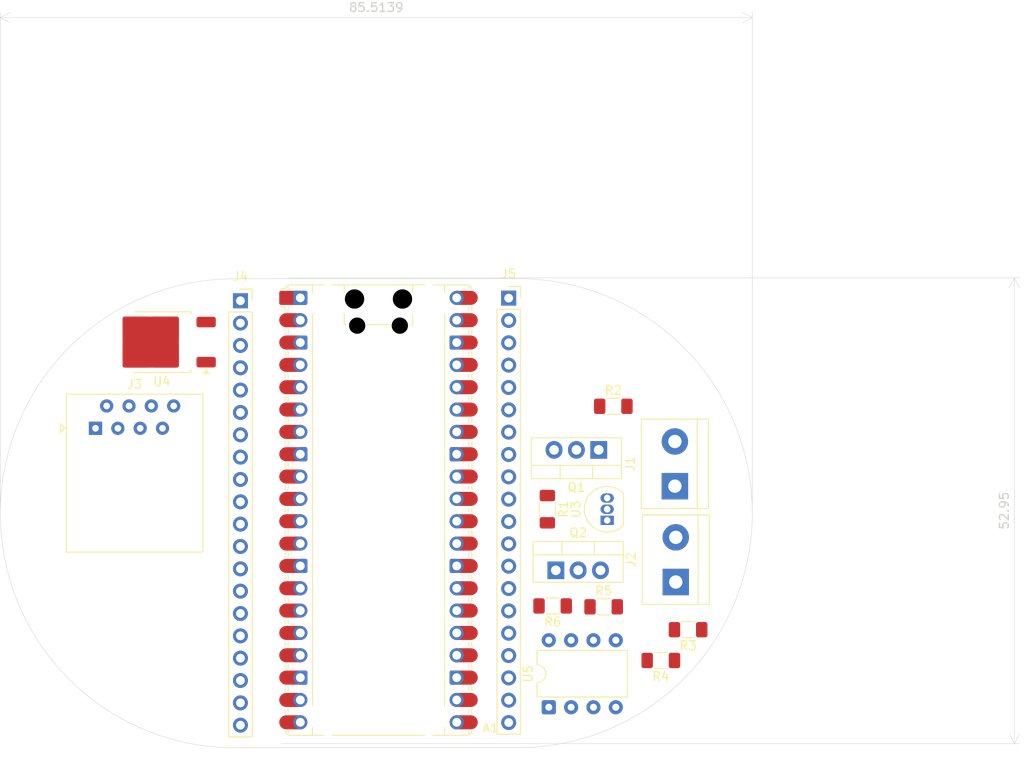
<source format=kicad_pcb>
(kicad_pcb (version 20241229) (generator "pcbnew") (generator_version "9.0")
  (layers (0 "F.Cu" signal) (2 "B.Cu" signal) (13 "F.Paste" user) (15 "B.Paste" user) (5 "F.SilkS" user "F.Silkscreen") (7 "B.SilkS" user "B.Silkscreen") (1 "F.Mask" user) (3 "B.Mask" user) (25 "Edge.Cuts" user))
  (net 0 "")
  (net 1 "Net-(A1-GPIO1)")
  (net 2 "Net-(A1-VSYS)")
  (net 3 "Net-(J4-Pin_13)")
  (net 4 "Net-(A1-GPIO18)")
  (net 5 "Net-(A1-GPIO0)")
  (net 6 "Net-(A1-GPIO7)")
  (net 7 "Net-(A1-GPIO17)")
  (net 8 "Net-(A1-GPIO19)")
  (net 9 "Net-(A1-GPIO8)")
  (net 10 "Net-(A1-GPIO3)")
  (net 11 "Net-(A1-GPIO6)")
  (net 12 "Net-(A1-GPIO21)")
  (net 13 "Net-(A1-GPIO26_ADC0)")
  (net 14 "Net-(A1-3V3_EN)")
  (net 15 "Net-(A1-RUN)")
  (net 16 "Net-(A1-GPIO13)")
  (net 17 "Net-(A1-GPIO27_ADC1)")
  (net 18 "Net-(A1-GPIO20)")
  (net 19 "Net-(A1-GPIO12)")
  (net 20 "Net-(A1-GPIO22)")
  (net 21 "Net-(A1-GPIO9)")
  (net 22 "Net-(A1-GPIO5)")
  (net 23 "Net-(A1-GPIO28_ADC2)")
  (net 24 "Net-(A1-ADC_VREF)")
  (net 25 "Net-(A1-GPIO2)")
  (net 26 "Net-(A1-GPIO15)")
  (net 27 "Net-(A1-GPIO16)")
  (net 28 "Net-(A1-VBUS)")
  (net 29 "Net-(A1-GPIO11)")
  (net 30 "GND")
  (net 31 "Net-(A1-GPIO10)")
  (net 32 "Net-(A1-GPIO4)")
  (net 33 "Net-(A1-GPIO14)")
  (net 34 "Net-(A1-3V3)")
  (net 35 "Net-(Q1-G)")
  (net 36 "Net-(J1-Pin_2)")
  (net 37 "Net-(Q2-G)")
  (net 38 "Net-(J2-Pin_2)")
  (net 39 "Net-(R1-Pad1)")
  (net 40 "Net-(R3-Pad2)")
  (net 41 "Net-(R4-Pad2)")
  (net 42 "Net-(R5-Pad1)")
  (net 43 "+24V")
  (footprint "Connector_PinSocket_2.54mm:PinSocket_1x20_P2.54mm_Vertical" (layer "F.Cu") (at 120.4 57.3)
    (property "Reference" "J4" (at 0 -2.77 0) (layer "F.SilkS"))
    (property "Value" "Conn_01x20_Pin")
    (fp_line (start -1.33 1.27) (end -1.33 49.59) (stroke (width 0.12)) (layer "F.SilkS"))
    (fp_line (start -1.33 1.27) (end 1.33 1.27) (stroke (width 0.12)) (layer "F.SilkS"))
    (fp_line (start -1.33 49.59) (end 1.33 49.59) (stroke (width 0.12)) (layer "F.SilkS"))
    (fp_line (start 0 -1.33) (end 1.33 -1.33) (stroke (width 0.12)) (layer "F.SilkS"))
    (fp_line (start 1.33 -1.33) (end 1.33 0) (stroke (width 0.12)) (layer "F.SilkS"))
    (fp_line (start 1.33 1.27) (end 1.33 49.59) (stroke (width 0.12)) (layer "F.SilkS"))
    (pad "1" thru_hole rect (at 0 0) (size 1.7 1.7) (drill 1) (layers "*.Cu" "*.Mask") (net 5 "Net-(A1-GPIO0)"))
    (pad "2" thru_hole oval (at 0 2.54) (size 1.7 1.7) (drill 1) (layers "*.Cu" "*.Mask") (net 1 "Net-(A1-GPIO1)"))
    (pad "3" thru_hole oval (at 0 5.08) (size 1.7 1.7) (drill 1) (layers "*.Cu" "*.Mask") (net 3 "Net-(J4-Pin_13)"))
    (pad "4" thru_hole oval (at 0 7.62) (size 1.7 1.7) (drill 1) (layers "*.Cu" "*.Mask") (net 25 "Net-(A1-GPIO2)"))
    (pad "5" thru_hole oval (at 0 10.16) (size 1.7 1.7) (drill 1) (layers "*.Cu" "*.Mask") (net 10 "Net-(A1-GPIO3)"))
    (pad "6" thru_hole oval (at 0 12.7) (size 1.7 1.7) (drill 1) (layers "*.Cu" "*.Mask") (net 32 "Net-(A1-GPIO4)"))
    (pad "7" thru_hole oval (at 0 15.24) (size 1.7 1.7) (drill 1) (layers "*.Cu" "*.Mask") (net 22 "Net-(A1-GPIO5)"))
    (pad "8" thru_hole oval (at 0 17.78) (size 1.7 1.7) (drill 1) (layers "*.Cu" "*.Mask") (net 3 "Net-(J4-Pin_13)"))
    (pad "9" thru_hole oval (at 0 20.32) (size 1.7 1.7) (drill 1) (layers "*.Cu" "*.Mask") (net 11 "Net-(A1-GPIO6)"))
    (pad "10" thru_hole oval (at 0 22.86) (size 1.7 1.7) (drill 1) (layers "*.Cu" "*.Mask") (net 6 "Net-(A1-GPIO7)"))
    (pad "11" thru_hole oval (at 0 25.4) (size 1.7 1.7) (drill 1) (layers "*.Cu" "*.Mask") (net 9 "Net-(A1-GPIO8)"))
    (pad "12" thru_hole oval (at 0 27.94) (size 1.7 1.7) (drill 1) (layers "*.Cu" "*.Mask") (net 21 "Net-(A1-GPIO9)"))
    (pad "13" thru_hole oval (at 0 30.48) (size 1.7 1.7) (drill 1) (layers "*.Cu" "*.Mask") (net 3 "Net-(J4-Pin_13)"))
    (pad "14" thru_hole oval (at 0 33.02) (size 1.7 1.7) (drill 1) (layers "*.Cu" "*.Mask") (net 31 "Net-(A1-GPIO10)"))
    (pad "15" thru_hole oval (at 0 35.56) (size 1.7 1.7) (drill 1) (layers "*.Cu" "*.Mask") (net 29 "Net-(A1-GPIO11)"))
    (pad "16" thru_hole oval (at 0 38.1) (size 1.7 1.7) (drill 1) (layers "*.Cu" "*.Mask") (net 19 "Net-(A1-GPIO12)"))
    (pad "17" thru_hole oval (at 0 40.64) (size 1.7 1.7) (drill 1) (layers "*.Cu" "*.Mask") (net 16 "Net-(A1-GPIO13)"))
    (pad "18" thru_hole oval (at 0 43.18) (size 1.7 1.7) (drill 1) (layers "*.Cu" "*.Mask") (net 3 "Net-(J4-Pin_13)"))
    (pad "19" thru_hole oval (at 0 45.72) (size 1.7 1.7) (drill 1) (layers "*.Cu" "*.Mask") (net 33 "Net-(A1-GPIO14)"))
    (pad "20" thru_hole oval (at 0 48.26) (size 1.7 1.7) (drill 1) (layers "*.Cu" "*.Mask") (net 26 "Net-(A1-GPIO15)"))
  )
  (footprint "Package_TO_SOT_THT:TO-220-3_Vertical" (layer "F.Cu") (at 161.14 74.255 180)
    (property "Reference" "Q1" (at 2.54 -4.27 0) (layer "F.SilkS"))
    (property "Value" "IRF540N")
    (fp_line (start 7.66 -3.27) (end 7.66 1.371) (stroke (width 0.12)) (layer "F.SilkS"))
    (fp_line (start 4.391 -3.27) (end 4.391 -1.76) (stroke (width 0.12)) (layer "F.SilkS"))
    (fp_line (start 0.69 -3.27) (end 0.69 -1.76) (stroke (width 0.12)) (layer "F.SilkS"))
    (fp_line (start -2.58 1.371) (end 7.66 1.371) (stroke (width 0.12)) (layer "F.SilkS"))
    (fp_line (start -2.58 -1.76) (end 7.66 -1.76) (stroke (width 0.12)) (layer "F.SilkS"))
    (fp_line (start -2.58 -3.27) (end 7.66 -3.27) (stroke (width 0.12)) (layer "F.SilkS"))
    (fp_line (start -2.58 -3.27) (end -2.58 1.371) (stroke (width 0.12)) (layer "F.SilkS"))
    (pad "1" thru_hole rect (at 0 0 180) (size 1.905 2) (drill 1.1) (layers "*.Cu" "*.Mask") (net 35 "Net-(Q1-G)"))
    (pad "2" thru_hole oval (at 2.54 0 180) (size 1.905 2) (drill 1.1) (layers "*.Cu" "*.Mask") (net 36 "Net-(J1-Pin_2)"))
    (pad "3" thru_hole oval (at 5.08 0 180) (size 1.905 2) (drill 1.1) (layers "*.Cu" "*.Mask") (net 30 "GND"))
  )
  (footprint "Package_DIP:DIP-8_W7.62mm" (layer "F.Cu") (at 155.46 103.52 90)
    (property "Reference" "U5" (at 3.81 -2.33 90) (layer "F.SilkS"))
    (property "Value" "PC827")
    (fp_line (start 6.46 -1.33) (end 4.81 -1.33) (stroke (width 0.12)) (layer "F.SilkS"))
    (fp_line (start 2.81 -1.33) (end 1.16 -1.33) (stroke (width 0.12)) (layer "F.SilkS"))
    (fp_line (start 1.16 -1.33) (end 1.16 8.95) (stroke (width 0.12)) (layer "F.SilkS"))
    (fp_line (start 6.46 8.95) (end 6.46 -1.33) (stroke (width 0.12)) (layer "F.SilkS"))
    (fp_line (start 1.16 8.95) (end 6.46 8.95) (stroke (width 0.12)) (layer "F.SilkS"))
    (fp_arc (start 4.81 -1.33) (mid 3.81 -0.33) (end 2.81 -1.33) (stroke (width 0.12)) (layer "F.SilkS"))
    (pad "1" thru_hole roundrect (at 0 0 90) (size 1.6 1.6) (drill 0.8) (layers "*.Cu" "*.Mask") (roundrect_rratio 0.15625) (net 27 "Net-(A1-GPIO16)"))
    (pad "2" thru_hole circle (at 0 2.54 90) (size 1.6 1.6) (drill 0.8) (layers "*.Cu" "*.Mask") (net 40 "Net-(R3-Pad2)"))
    (pad "3" thru_hole circle (at 0 5.08 90) (size 1.6 1.6) (drill 0.8) (layers "*.Cu" "*.Mask") (net 7 "Net-(A1-GPIO17)"))
    (pad "4" thru_hole circle (at 0 7.62 90) (size 1.6 1.6) (drill 0.8) (layers "*.Cu" "*.Mask") (net 41 "Net-(R4-Pad2)"))
    (pad "5" thru_hole circle (at 7.62 7.62 90) (size 1.6 1.6) (drill 0.8) (layers "*.Cu" "*.Mask") (net 42 "Net-(R5-Pad1)"))
    (pad "6" thru_hole circle (at 7.62 5.08 90) (size 1.6 1.6) (drill 0.8) (layers "*.Cu" "*.Mask") (net 43 "+24V"))
    (pad "7" thru_hole circle (at 7.62 2.54 90) (size 1.6 1.6) (drill 0.8) (layers "*.Cu" "*.Mask") (net 39 "Net-(R1-Pad1)"))
    (pad "8" thru_hole circle (at 7.62 0 90) (size 1.6 1.6) (drill 0.8) (layers "*.Cu" "*.Mask") (net 43 "+24V"))
  )
  (footprint "Connector_PinSocket_2.54mm:PinSocket_1x20_P2.54mm_Vertical" (layer "F.Cu") (at 150.9 57)
    (property "Reference" "J5" (at 0 -2.77 0) (layer "F.SilkS"))
    (property "Value" "Conn_01x20_Pin")
    (fp_line (start -1.33 1.27) (end -1.33 49.59) (stroke (width 0.12)) (layer "F.SilkS"))
    (fp_line (start -1.33 1.27) (end 1.33 1.27) (stroke (width 0.12)) (layer "F.SilkS"))
    (fp_line (start -1.33 49.59) (end 1.33 49.59) (stroke (width 0.12)) (layer "F.SilkS"))
    (fp_line (start 0 -1.33) (end 1.33 -1.33) (stroke (width 0.12)) (layer "F.SilkS"))
    (fp_line (start 1.33 -1.33) (end 1.33 0) (stroke (width 0.12)) (layer "F.SilkS"))
    (fp_line (start 1.33 1.27) (end 1.33 49.59) (stroke (width 0.12)) (layer "F.SilkS"))
    (pad "1" thru_hole rect (at 0 0) (size 1.7 1.7) (drill 1) (layers "*.Cu" "*.Mask") (net 28 "Net-(A1-VBUS)"))
    (pad "2" thru_hole oval (at 0 2.54) (size 1.7 1.7) (drill 1) (layers "*.Cu" "*.Mask") (net 2 "Net-(A1-VSYS)"))
    (pad "3" thru_hole oval (at 0 5.08) (size 1.7 1.7) (drill 1) (layers "*.Cu" "*.Mask") (net 3 "Net-(J4-Pin_13)"))
    (pad "4" thru_hole oval (at 0 7.62) (size 1.7 1.7) (drill 1) (layers "*.Cu" "*.Mask") (net 14 "Net-(A1-3V3_EN)"))
    (pad "5" thru_hole oval (at 0 10.16) (size 1.7 1.7) (drill 1) (layers "*.Cu" "*.Mask") (net 34 "Net-(A1-3V3)"))
    (pad "6" thru_hole oval (at 0 12.7) (size 1.7 1.7) (drill 1) (layers "*.Cu" "*.Mask") (net 24 "Net-(A1-ADC_VREF)"))
    (pad "7" thru_hole oval (at 0 15.24) (size 1.7 1.7) (drill 1) (layers "*.Cu" "*.Mask") (net 23 "Net-(A1-GPIO28_ADC2)"))
    (pad "8" thru_hole oval (at 0 17.78) (size 1.7 1.7) (drill 1) (layers "*.Cu" "*.Mask") (net 3 "Net-(J4-Pin_13)"))
    (pad "9" thru_hole oval (at 0 20.32) (size 1.7 1.7) (drill 1) (layers "*.Cu" "*.Mask") (net 17 "Net-(A1-GPIO27_ADC1)"))
    (pad "10" thru_hole oval (at 0 22.86) (size 1.7 1.7) (drill 1) (layers "*.Cu" "*.Mask") (net 13 "Net-(A1-GPIO26_ADC0)"))
    (pad "11" thru_hole oval (at 0 25.4) (size 1.7 1.7) (drill 1) (layers "*.Cu" "*.Mask") (net 15 "Net-(A1-RUN)"))
    (pad "12" thru_hole oval (at 0 27.94) (size 1.7 1.7) (drill 1) (layers "*.Cu" "*.Mask") (net 20 "Net-(A1-GPIO22)"))
    (pad "13" thru_hole oval (at 0 30.48) (size 1.7 1.7) (drill 1) (layers "*.Cu" "*.Mask") (net 3 "Net-(J4-Pin_13)"))
    (pad "14" thru_hole oval (at 0 33.02) (size 1.7 1.7) (drill 1) (layers "*.Cu" "*.Mask") (net 12 "Net-(A1-GPIO21)"))
    (pad "15" thru_hole oval (at 0 35.56) (size 1.7 1.7) (drill 1) (layers "*.Cu" "*.Mask") (net 18 "Net-(A1-GPIO20)"))
    (pad "16" thru_hole oval (at 0 38.1) (size 1.7 1.7) (drill 1) (layers "*.Cu" "*.Mask") (net 8 "Net-(A1-GPIO19)"))
    (pad "17" thru_hole oval (at 0 40.64) (size 1.7 1.7) (drill 1) (layers "*.Cu" "*.Mask") (net 4 "Net-(A1-GPIO18)"))
    (pad "18" thru_hole oval (at 0 43.18) (size 1.7 1.7) (drill 1) (layers "*.Cu" "*.Mask") (net 3 "Net-(J4-Pin_13)"))
    (pad "19" thru_hole oval (at 0 45.72) (size 1.7 1.7) (drill 1) (layers "*.Cu" "*.Mask") (net 7 "Net-(A1-GPIO17)"))
    (pad "20" thru_hole oval (at 0 48.26) (size 1.7 1.7) (drill 1) (layers "*.Cu" "*.Mask") (net 27 "Net-(A1-GPIO16)"))
  )
  (footprint "Connector_RJ:RJ45_Amphenol_54602-x08_Horizontal" (layer "F.Cu") (at 103.92 71.8)
    (property "Reference" "J3" (at 4.445 -5 0) (layer "F.SilkS"))
    (property "Value" "RJ45")
    (fp_line (start -4 -0.5) (end -4 0.5) (stroke (width 0.12)) (layer "F.SilkS"))
    (fp_line (start -4 0.5) (end -3.5 0) (stroke (width 0.12)) (layer "F.SilkS"))
    (fp_line (start -3.5 0) (end -4 -0.5) (stroke (width 0.12)) (layer "F.SilkS"))
    (fp_line (start -3.315 -3.88) (end -3.315 14.08) (stroke (width 0.12)) (layer "F.SilkS"))
    (fp_line (start -3.315 14.08) (end 12.205 14.08) (stroke (width 0.12)) (layer "F.SilkS"))
    (fp_line (start 12.205 -3.88) (end -3.315 -3.88) (stroke (width 0.12)) (layer "F.SilkS"))
    (fp_line (start 12.205 -3.88) (end 12.205 14.08) (stroke (width 0.12)) (layer "F.SilkS"))
    (pad "" np_thru_hole circle (at -1.27 6.35) (size 3.2 3.2) (drill 3.2) (layers "*.Cu" "*.Mask"))
    (pad "" np_thru_hole circle (at 10.16 6.35) (size 3.2 3.2) (drill 3.2) (layers "*.Cu" "*.Mask"))
    (pad "1" thru_hole rect (at 0 0) (size 1.5 1.5) (drill 0.76) (layers "*.Cu" "*.Mask") (net 30 "GND"))
    (pad "2" thru_hole circle (at 1.27 -2.54) (size 1.5 1.5) (drill 0.76) (layers "*.Cu" "*.Mask") (net 30 "GND"))
    (pad "3" thru_hole circle (at 2.54 0) (size 1.5 1.5) (drill 0.76) (layers "*.Cu" "*.Mask") (net 13 "Net-(A1-GPIO26_ADC0)"))
    (pad "4" thru_hole circle (at 3.81 -2.54) (size 1.5 1.5) (drill 0.76) (layers "*.Cu" "*.Mask") (net 17 "Net-(A1-GPIO27_ADC1)"))
    (pad "5" thru_hole circle (at 5.08 0) (size 1.5 1.5) (drill 0.76) (layers "*.Cu" "*.Mask") (net 15 "Net-(A1-RUN)"))
    (pad "6" thru_hole circle (at 6.35 -2.54) (size 1.5 1.5) (drill 0.76) (layers "*.Cu" "*.Mask") (net 34 "Net-(A1-3V3)"))
    (pad "7" thru_hole circle (at 7.62 0) (size 1.5 1.5) (drill 0.76) (layers "*.Cu" "*.Mask") (net 43 "+24V"))
    (pad "8" thru_hole circle (at 8.89 -2.54) (size 1.5 1.5) (drill 0.76) (layers "*.Cu" "*.Mask") (net 43 "+24V"))
  )
  (footprint "TerminalBlock:TerminalBlock_bornier-2_P5.08mm" (layer "F.Cu") (at 169.9 89.28 90)
    (property "Reference" "J2" (at 2.54 -5.08 90) (layer "F.SilkS"))
    (property "Value" "Screw_Terminal_01x02")
    (fp_line (start 7.62 -3.81) (end -2.54 -3.81) (stroke (width 0.12)) (layer "F.SilkS"))
    (fp_line (start -2.54 -3.81) (end -2.54 3.81) (stroke (width 0.12)) (layer "F.SilkS"))
    (fp_line (start 7.62 2.54) (end -2.54 2.54) (stroke (width 0.12)) (layer "F.SilkS"))
    (fp_line (start 7.62 3.81) (end 7.62 -3.81) (stroke (width 0.12)) (layer "F.SilkS"))
    (fp_line (start -2.54 3.81) (end 7.62 3.81) (stroke (width 0.12)) (layer "F.SilkS"))
    (pad "1" thru_hole rect (at 0 0 90) (size 3 3) (drill 1.52) (layers "*.Cu" "*.Mask") (net 43 "+24V"))
    (pad "2" thru_hole circle (at 5.08 0 90) (size 3 3) (drill 1.52) (layers "*.Cu" "*.Mask") (net 38 "Net-(J2-Pin_2)"))
  )
  (footprint "Resistor_SMD:R_1206_3216Metric_Pad1.30x1.75mm_HandSolder" (layer "F.Cu") (at 155.3 81 -90)
    (property "Reference" "R1" (at 0 -1.82 90) (layer "F.SilkS"))
    (property "Value" "100")
    (fp_line (start -0.727064 0.91) (end 0.727064 0.91) (stroke (width 0.12)) (layer "F.SilkS"))
    (fp_line (start -0.727064 -0.91) (end 0.727064 -0.91) (stroke (width 0.12)) (layer "F.SilkS"))
    (pad "1" smd roundrect (at -1.55 0 270) (size 1.3 1.75) (layers "F.Cu" "F.Mask" "F.Paste") (roundrect_rratio 0.192308) (net 39 "Net-(R1-Pad1)"))
    (pad "2" smd roundrect (at 1.55 0 270) (size 1.3 1.75) (layers "F.Cu" "F.Mask" "F.Paste") (roundrect_rratio 0.192308) (net 35 "Net-(Q1-G)"))
  )
  (footprint "Resistor_SMD:R_1206_3216Metric_Pad1.30x1.75mm_HandSolder" (layer "F.Cu") (at 171.3 94.7 180)
    (property "Reference" "R3" (at 0 -1.82 0) (layer "F.SilkS"))
    (property "Value" "1k")
    (fp_line (start -0.727064 0.91) (end 0.727064 0.91) (stroke (width 0.12)) (layer "F.SilkS"))
    (fp_line (start -0.727064 -0.91) (end 0.727064 -0.91) (stroke (width 0.12)) (layer "F.SilkS"))
    (pad "1" smd roundrect (at -1.55 0 180) (size 1.3 1.75) (layers "F.Cu" "F.Mask" "F.Paste") (roundrect_rratio 0.192308) (net 30 "GND"))
    (pad "2" smd roundrect (at 1.55 0 180) (size 1.3 1.75) (layers "F.Cu" "F.Mask" "F.Paste") (roundrect_rratio 0.192308) (net 40 "Net-(R3-Pad2)"))
  )
  (footprint "Resistor_SMD:R_1206_3216Metric_Pad1.30x1.75mm_HandSolder" (layer "F.Cu") (at 155.9 92 180)
    (property "Reference" "R6" (at 0 -1.82 0) (layer "F.SilkS"))
    (property "Value" "1k")
    (fp_line (start -0.727064 0.91) (end 0.727064 0.91) (stroke (width 0.12)) (layer "F.SilkS"))
    (fp_line (start -0.727064 -0.91) (end 0.727064 -0.91) (stroke (width 0.12)) (layer "F.SilkS"))
    (pad "1" smd roundrect (at -1.55 0 180) (size 1.3 1.75) (layers "F.Cu" "F.Mask" "F.Paste") (roundrect_rratio 0.192308) (net 30 "GND"))
    (pad "2" smd roundrect (at 1.55 0 180) (size 1.3 1.75) (layers "F.Cu" "F.Mask" "F.Paste") (roundrect_rratio 0.192308) (net 37 "Net-(Q2-G)"))
  )
  (footprint "Package_TO_SOT_THT:TO-92_Inline" (layer "F.Cu") (at 162.1 82.27 90)
    (property "Reference" "U3" (at 1.27 -3.56 90) (layer "F.SilkS"))
    (property "Value" "LM35-LP")
    (fp_line (start -0.53 1.85) (end 3.07 1.85) (stroke (width 0.12)) (layer "F.SilkS"))
    (fp_arc (start 1.27 -2.6) (mid 3.672087 -0.994977) (end 3.108478 1.838478) (stroke (width 0.12)) (layer "F.SilkS"))
    (fp_arc (start -0.568478 1.838478) (mid -1.132087 -0.994977) (end 1.27 -2.6) (stroke (width 0.12)) (layer "F.SilkS"))
    (pad "1" thru_hole rect (at 0 0 90) (size 1.05 1.5) (drill 0.75) (layers "*.Cu" "*.Mask") (net 2 "Net-(A1-VSYS)"))
    (pad "2" thru_hole oval (at 1.27 0 90) (size 1.05 1.5) (drill 0.75) (layers "*.Cu" "*.Mask") (net 23 "Net-(A1-GPIO28_ADC2)"))
    (pad "3" thru_hole oval (at 2.54 0 90) (size 1.05 1.5) (drill 0.75) (layers "*.Cu" "*.Mask") (net 30 "GND"))
  )
  (footprint "Package_TO_SOT_SMD:TO-252-2" (layer "F.Cu") (at 111.46 62 180)
    (property "Reference" "U4" (at 0 -4.5 0) (layer "F.SilkS"))
    (property "Value" "LF50_TO252")
    (fp_line (start 3.11 3.45) (end -3.31 3.45) (stroke (width 0.12)) (layer "F.SilkS"))
    (fp_line (start 3.11 -3.45) (end -3.31 -3.45) (stroke (width 0.12)) (layer "F.SilkS"))
    (fp_line (start -3.31 3.45) (end -3.31 3.18) (stroke (width 0.12)) (layer "F.SilkS"))
    (fp_line (start -3.31 -3.45) (end -3.31 -3.18) (stroke (width 0.12)) (layer "F.SilkS"))
    (fp_poly (pts (xy -5.04 -3.14) (xy -5.38 -3.61) (xy -4.7 -3.61) (xy -5.04 -3.14)) (stroke (width 0.12)) (fill yes) (layer "F.SilkS"))
    (pad "1" smd roundrect (at -5.04 -2.28 180) (size 2.2 1.2) (layers "F.Cu" "F.Mask" "F.Paste") (roundrect_rratio 0.208333) (net 43 "+24V"))
    (pad "2" smd roundrect (at -0.415 -1.525 180) (size 3.05 2.75) (layers "F.Cu" "F.Paste") (roundrect_rratio 0.090909) (net 30 "GND"))
    (pad "2" smd roundrect (at -0.415 1.525 180) (size 3.05 2.75) (layers "F.Cu" "F.Paste") (roundrect_rratio 0.090909) (net 30 "GND"))
    (pad "2" smd roundrect (at 1.26 0 180) (size 6.4 5.8) (layers "F.Cu" "F.Mask") (roundrect_rratio 0.043103) (net 30 "GND"))
    (pad "2" smd roundrect (at 2.935 -1.525 180) (size 3.05 2.75) (layers "F.Cu" "F.Paste") (roundrect_rratio 0.090909) (net 30 "GND"))
    (pad "2" smd roundrect (at 2.935 1.525 180) (size 3.05 2.75) (layers "F.Cu" "F.Paste") (roundrect_rratio 0.090909) (net 30 "GND"))
    (pad "3" smd roundrect (at -5.04 2.28 180) (size 2.2 1.2) (layers "F.Cu" "F.Mask" "F.Paste") (roundrect_rratio 0.208333) (net 2 "Net-(A1-VSYS)"))
  )
  (footprint "Resistor_SMD:R_1206_3216Metric_Pad1.30x1.75mm_HandSolder" (layer "F.Cu") (at 168.2 98.2 180)
    (property "Reference" "R4" (at 0 -1.82 0) (layer "F.SilkS"))
    (property "Value" "1k")
    (fp_line (start -0.727064 0.91) (end 0.727064 0.91) (stroke (width 0.12)) (layer "F.SilkS"))
    (fp_line (start -0.727064 -0.91) (end 0.727064 -0.91) (stroke (width 0.12)) (layer "F.SilkS"))
    (pad "1" smd roundrect (at -1.55 0 180) (size 1.3 1.75) (layers "F.Cu" "F.Mask" "F.Paste") (roundrect_rratio 0.192308) (net 30 "GND"))
    (pad "2" smd roundrect (at 1.55 0 180) (size 1.3 1.75) (layers "F.Cu" "F.Mask" "F.Paste") (roundrect_rratio 0.192308) (net 41 "Net-(R4-Pad2)"))
  )
  (footprint "Module:RaspberryPi_Pico_Common_Unspecified" (layer "F.Cu") (at 136.1 81.1)
    (property "Reference" "A1" (at 11.7475 24.765 0) (layer "F.SilkS") (effects (justify left)))
    (property "Value" "RaspberryPi_Pico")
    (fp_line (start -10.61 -23.07) (end -11.09 -23.07) (stroke (width 0.12)) (layer "F.SilkS"))
    (fp_line (start -10.61 -23.07) (end -10.61 -22.65) (stroke (width 0.12)) (layer "F.SilkS"))
    (fp_line (start -10.61 -20.53) (end -10.61 -20.11) (stroke (width 0.12)) (layer "F.SilkS"))
    (fp_line (start -10.61 -17.99) (end -10.61 -17.57) (stroke (width 0.12)) (layer "F.SilkS"))
    (fp_line (start -10.61 -15.45) (end -10.61 -15.03) (stroke (width 0.12)) (layer "F.SilkS"))
    (fp_line (start -10.61 -12.91) (end -10.61 -12.49) (stroke (width 0.12)) (layer "F.SilkS"))
    (fp_line (start -10.61 -10.37) (end -10.61 -9.95) (stroke (width 0.12)) (layer "F.SilkS"))
    (fp_line (start -10.61 -7.83) (end -10.61 -7.41) (stroke (width 0.12)) (layer "F.SilkS"))
    (fp_line (start -10.61 -5.29) (end -10.61 -4.87) (stroke (width 0.12)) (layer "F.SilkS"))
    (fp_line (start -10.61 -2.75) (end -10.61 -2.33) (stroke (width 0.12)) (layer "F.SilkS"))
    (fp_line (start -10.61 -0.21) (end -10.61 0.21) (stroke (width 0.12)) (layer "F.SilkS"))
    (fp_line (start -10.61 2.33) (end -10.61 2.75) (stroke (width 0.12)) (layer "F.SilkS"))
    (fp_line (start -10.61 4.87) (end -10.61 5.29) (stroke (width 0.12)) (layer "F.SilkS"))
    (fp_line (start -10.61 7.41) (end -10.61 7.83) (stroke (width 0.12)) (layer "F.SilkS"))
    (fp_line (start -10.61 9.95) (end -10.61 10.37) (stroke (width 0.12)) (layer "F.SilkS"))
    (fp_line (start -10.61 12.49) (end -10.61 12.91) (stroke (width 0.12)) (layer "F.SilkS"))
    (fp_line (start -10.61 15.03) (end -10.61 15.45) (stroke (width 0.12)) (layer "F.SilkS"))
    (fp_line (start -10.61 17.57) (end -10.61 17.99) (stroke (width 0.12)) (layer "F.SilkS"))
    (fp_line (start -10.61 20.11) (end -10.61 20.53) (stroke (width 0.12)) (layer "F.SilkS"))
    (fp_line (start -10.61 22.65) (end -10.61 23.07) (stroke (width 0.12)) (layer "F.SilkS"))
    (fp_line (start -10.579676 -25.19) (end -11.09 -25.19) (stroke (width 0.12)) (layer "F.SilkS"))
    (fp_line (start -10.27 -25.189937) (end -10.27 -25.547) (stroke (width 0.12)) (layer "F.SilkS"))
    (fp_line (start -10.27 -23.07) (end -10.27 -22.65) (stroke (width 0.12)) (layer "F.SilkS"))
    (fp_line (start -10.27 -20.53) (end -10.27 -20.11) (stroke (width 0.12)) (layer "F.SilkS"))
    (fp_line (start -10.27 -17.99) (end -10.27 -17.57) (stroke (width 0.12)) (layer "F.SilkS"))
    (fp_line (start -10.27 -15.45) (end -10.27 -15.03) (stroke (width 0.12)) (layer "F.SilkS"))
    (fp_line (start -10.27 -12.91) (end -10.27 -12.49) (stroke (width 0.12)) (layer "F.SilkS"))
    (fp_line (start -10.27 -10.37) (end -10.27 -9.95) (stroke (width 0.12)) (layer "F.SilkS"))
    (fp_line (start -10.27 -7.83) (end -10.27 -7.41) (stroke (width 0.12)) (layer "F.SilkS"))
    (fp_line (start -10.27 -5.29) (end -10.27 -4.87) (stroke (width 0.12)) (layer "F.SilkS"))
    (fp_line (start -10.27 -2.75) (end -10.27 -2.33) (stroke (width 0.12)) (layer "F.SilkS"))
    (fp_line (start -10.27 -0.21) (end -10.27 0.21) (stroke (width 0.12)) (layer "F.SilkS"))
    (fp_line (start -10.27 2.33) (end -10.27 2.75) (stroke (width 0.12)) (layer "F.SilkS"))
    (fp_line (start -10.27 4.87) (end -10.27 5.29) (stroke (width 0.12)) (layer "F.SilkS"))
    (fp_line (start -10.27 7.41) (end -10.27 7.83) (stroke (width 0.12)) (layer "F.SilkS"))
    (fp_line (start -10.27 9.95) (end -10.27 10.37) (stroke (width 0.12)) (layer "F.SilkS"))
    (fp_line (start -10.27 12.49) (end -10.27 12.91) (stroke (width 0.12)) (layer "F.SilkS"))
    (fp_line (start -10.27 15.03) (end -10.27 15.45) (stroke (width 0.12)) (layer "F.SilkS"))
    (fp_line (start -10.27 17.57) (end -10.27 17.99) (stroke (width 0.12)) (layer "F.SilkS"))
    (fp_line (start -10.27 20.11) (end -10.27 20.53) (stroke (width 0.12)) (layer "F.SilkS"))
    (fp_line (start -10.27 22.65) (end -10.27 23.07) (stroke (width 0.12)) (layer "F.SilkS"))
    (fp_line (start -10.27 25.189937) (end -10.27 25.547) (stroke (width 0.12)) (layer "F.SilkS"))
    (fp_line (start -10 -25.61) (end -7.51 -25.61) (stroke (width 0.12)) (layer "F.SilkS"))
    (fp_line (start -10 25.61) (end -6.162061 25.61) (stroke (width 0.12)) (layer "F.SilkS"))
    (fp_line (start -7.51 -25.61) (end -7.51 -24.69648) (stroke (width 0.12)) (layer "F.SilkS"))
    (fp_line (start -7.51 -25.61) (end -6.16206 -25.61) (stroke (width 0.12)) (layer "F.SilkS"))
    (fp_line (start -7.51 -22.30352) (end -7.51 22.30352) (stroke (width 0.12)) (layer "F.SilkS"))
    (fp_line (start -7.51 24.69648) (end -7.51 25.61) (stroke (width 0.12)) (layer "F.SilkS"))
    (fp_line (start -5.237939 -25.61) (end -4.235 -25.61) (stroke (width 0.12)) (layer "F.SilkS"))
    (fp_line (start -4.235 -25.61) (end 4.235 -25.61) (stroke (width 0.12)) (layer "F.SilkS"))
    (fp_line (start -3.9 -25.61) (end -3.9 -24.694) (stroke (width 0.12)) (layer "F.SilkS"))
    (fp_line (start -3.9 -22.306) (end -3.9 -21.09) (stroke (width 0.12)) (layer "F.SilkS"))
    (fp_line (start -3.9 -21.09) (end -3.60391 -21.09) (stroke (width 0.12)) (layer "F.SilkS"))
    (fp_line (start -3.6 25.61) (end -5.237939 25.61) (stroke (width 0.12)) (layer "F.SilkS"))
    (fp_line (start -1.24609 -21.09) (end 1.24609 -21.09) (stroke (width 0.12)) (layer "F.SilkS"))
    (fp_line (start 3.6 25.61) (end -3.6 25.61) (stroke (width 0.12)) (layer "F.SilkS"))
    (fp_line (start 3.60391 -21.09) (end 3.9 -21.09) (stroke (width 0.12)) (layer "F.SilkS"))
    (fp_line (start 3.9 -25.61) (end 3.9 -24.694) (stroke (width 0.12)) (layer "F.SilkS"))
    (fp_line (start 3.9 -22.306) (end 3.9 -21.09) (stroke (width 0.12)) (layer "F.SilkS"))
    (fp_line (start 4.235 -25.61) (end 5.237939 -25.61) (stroke (width 0.12)) (layer "F.SilkS"))
    (fp_line (start 5.237939 25.61) (end 3.6 25.61) (stroke (width 0.12)) (layer "F.SilkS"))
    (fp_line (start 6.162061 -25.61) (end 7.51 -25.61) (stroke (width 0.12)) (layer "F.SilkS"))
    (fp_line (start 6.162061 25.61) (end 10 25.61) (stroke (width 0.12)) (layer "F.SilkS"))
    (fp_line (start 7.51 -25.61) (end 7.51 -24.69648) (stroke (width 0.12)) (layer "F.SilkS"))
    (fp_line (start 7.51 -22.30352) (end 7.51 22.30352) (stroke (width 0.12)) (layer "F.SilkS"))
    (fp_line (start 7.51 24.69648) (end 7.51 25.61) (stroke (width 0.12)) (layer "F.SilkS"))
    (fp_line (start 10 -25.61) (end 7.51 -25.61) (stroke (width 0.12)) (layer "F.SilkS"))
    (fp_line (start 10.27 -25.189937) (end 10.27 -25.547) (stroke (width 0.12)) (layer "F.SilkS"))
    (fp_line (start 10.27 -23.07) (end 10.27 -22.65) (stroke (width 0.12)) (layer "F.SilkS"))
    (fp_line (start 10.27 -20.53) (end 10.27 -20.11) (stroke (width 0.12)) (layer "F.SilkS"))
    (fp_line (start 10.27 -17.99) (end 10.27 -17.57) (stroke (width 0.12)) (layer "F.SilkS"))
    (fp_line (start 10.27 -15.45) (end 10.27 -15.03) (stroke (width 0.12)) (layer "F.SilkS"))
    (fp_line (start 10.27 -12.91) (end 10.27 -12.49) (stroke (width 0.12)) (layer "F.SilkS"))
    (fp_line (start 10.27 -10.37) (end 10.27 -9.95) (stroke (width 0.12)) (layer "F.SilkS"))
    (fp_line (start 10.27 -7.83) (end 10.27 -7.41) (stroke (width 0.12)) (layer "F.SilkS"))
    (fp_line (start 10.27 -5.29) (end 10.27 -4.87) (stroke (width 0.12)) (layer "F.SilkS"))
    (fp_line (start 10.27 -2.75) (end 10.27 -2.33) (stroke (width 0.12)) (layer "F.SilkS"))
    (fp_line (start 10.27 -0.21) (end 10.27 0.21) (stroke (width 0.12)) (layer "F.SilkS"))
    (fp_line (start 10.27 2.33) (end 10.27 2.75) (stroke (width 0.12)) (layer "F.SilkS"))
    (fp_line (start 10.27 4.87) (end 10.27 5.29) (stroke (width 0.12)) (layer "F.SilkS"))
    (fp_line (start 10.27 7.41) (end 10.27 7.83) (stroke (width 0.12)) (layer "F.SilkS"))
    (fp_line (start 10.27 9.95) (end 10.27 10.37) (stroke (width 0.12)) (layer "F.SilkS"))
    (fp_line (start 10.27 12.49) (end 10.27 12.91) (stroke (width 0.12)) (layer "F.SilkS"))
    (fp_line (start 10.27 15.03) (end 10.27 15.45) (stroke (width 0.12)) (layer "F.SilkS"))
    (fp_line (start 10.27 17.57) (end 10.27 17.99) (stroke (width 0.12)) (layer "F.SilkS"))
    (fp_line (start 10.27 20.11) (end 10.27 20.53) (stroke (width 0.12)) (layer "F.SilkS"))
    (fp_line (start 10.27 22.65) (end 10.27 23.07) (stroke (width 0.12)) (layer "F.SilkS"))
    (fp_line (start 10.27 25.189937) (end 10.27 25.547) (stroke (width 0.12)) (layer "F.SilkS"))
    (fp_line (start 10.61 -23.07) (end 10.61 -22.65) (stroke (width 0.12)) (layer "F.SilkS"))
    (fp_line (start 10.61 -20.53) (end 10.61 -20.11) (stroke (width 0.12)) (layer "F.SilkS"))
    (fp_line (start 10.61 -17.99) (end 10.61 -17.57) (stroke (width 0.12)) (layer "F.SilkS"))
    (fp_line (start 10.61 -15.45) (end 10.61 -15.03) (stroke (width 0.12)) (layer "F.SilkS"))
    (fp_line (start 10.61 -12.91) (end 10.61 -12.49) (stroke (width 0.12)) (layer "F.SilkS"))
    (fp_line (start 10.61 -10.37) (end 10.61 -9.95) (stroke (width 0.12)) (layer "F.SilkS"))
    (fp_line (start 10.61 -7.83) (end 10.61 -7.41) (stroke (width 0.12)) (layer "F.SilkS"))
    (fp_line (start 10.61 -5.29) (end 10.61 -4.87) (stroke (width 0.12)) (layer "F.SilkS"))
    (fp_line (start 10.61 -2.75) (end 10.61 -2.33) (stroke (width 0.12)) (layer "F.SilkS"))
    (fp_line (start 10.61 -0.21) (end 10.61 0.21) (stroke (width 0.12)) (layer "F.SilkS"))
    (fp_line (start 10.61 2.33) (end 10.61 2.75) (stroke (width 0.12)) (layer "F.SilkS"))
    (fp_line (start 10.61 4.87) (end 10.61 5.29) (stroke (width 0.12)) (layer "F.SilkS"))
    (fp_line (start 10.61 7.41) (end 10.61 7.83) (stroke (width 0.12)) (layer "F.SilkS"))
    (fp_line (start 10.61 9.95) (end 10.61 10.37) (stroke (width 0.12)) (layer "F.SilkS"))
    (fp_line (start 10.61 12.49) (end 10.61 12.91) (stroke (width 0.12)) (layer "F.SilkS"))
    (fp_line (start 10.61 15.03) (end 10.61 15.45) (stroke (width 0.12)) (layer "F.SilkS"))
    (fp_line (start 10.61 17.57) (end 10.61 17.99) (stroke (width 0.12)) (layer "F.SilkS"))
    (fp_line (start 10.61 20.11) (end 10.61 20.53) (stroke (width 0.12)) (layer "F.SilkS"))
    (fp_line (start 10.61 22.65) (end 10.61 23.07) (stroke (width 0.12)) (layer "F.SilkS"))
    (fp_arc (start -10.579676 -25.19) (mid -10.357938 -25.493944) (end -10 -25.61) (stroke (width 0.12)) (layer "F.SilkS"))
    (fp_arc (start -10 25.61) (mid -10.357937 25.493944) (end -10.579676 25.189937) (stroke (width 0.12)) (layer "F.SilkS"))
    (fp_arc (start 10 -25.61) (mid 10.357937 -25.493944) (end 10.579676 -25.189937) (stroke (width 0.12)) (layer "F.SilkS"))
    (fp_arc (start 10.579676 25.189937) (mid 10.357946 25.493957) (end 10 25.61) (stroke (width 0.12)) (layer "F.SilkS"))
    (pad "" np_thru_hole circle (at -2.725 -24) (size 2.2 2.2) (drill 2.2) (layers "*.Mask"))
    (pad "" np_thru_hole circle (at -2.425 -20.97) (size 1.85 1.85) (drill 1.85) (layers "*.Mask"))
    (pad "" np_thru_hole circle (at 2.425 -20.97) (size 1.85 1.85) (drill 1.85) (layers "*.Mask"))
    (pad "" np_thru_hole circle (at 2.725 -24) (size 2.2 2.2) (drill 2.2) (layers "*.Mask"))
    (pad "1" smd custom (at -9.69 -24.13) (size 1.6 0.8) (layers "F.Cu" "F.Mask") (net 5 "Net-(A1-GPIO0)") (options (clearance outline) (anchor rect)) (primitives (gr_circle (center 0.8 0) (end 1.6 0) (width 0) (fill yes)) (gr_poly (pts (xy -1.6 -0.6) (xy -1.6 0.6) (xy -1.4 0.8) (xy 0.8 0.8) (xy 0.8 -0.8) (xy -1.4 -0.8)) (width 0) (fill yes)) (gr_circle (center -1.4 -0.6) (end -1.2 -0.6) (width 0) (fill yes)) (gr_circle (center -1.4 0.6) (end -1.2 0.6) (width 0) (fill yes))))
    (pad "1" thru_hole roundrect (at -8.89 -24.13) (size 1.6 1.6) (drill 1) (layers "*.Cu" "*.Mask") (roundrect_rratio 0.125) (net 5 "Net-(A1-GPIO0)"))
    (pad "2" smd roundrect (at -9.69 -21.59) (size 3.2 1.6) (layers "F.Cu" "F.Mask") (roundrect_rratio 0.5) (net 1 "Net-(A1-GPIO1)"))
    (pad "2" thru_hole circle (at -8.89 -21.59) (size 1.6 1.6) (drill 1) (layers "*.Cu" "*.Mask") (net 1 "Net-(A1-GPIO1)"))
    (pad "3" smd custom (at -9.69 -19.05) (size 1.6 0.8) (layers "F.Cu" "F.Mask") (net 3 "Net-(J4-Pin_13)") (options (clearance outline) (anchor rect)) (primitives (gr_circle (center -0.8 0) (end 0 0) (width 0) (fill yes)) (gr_poly (pts (xy 1.6 -0.6) (xy 1.6 0.6) (xy 1.4 0.8) (xy -0.8 0.8) (xy -0.8 -0.8) (xy 1.4 -0.8)) (width 0) (fill yes)) (gr_circle (center 1.4 -0.6) (end 1.6 -0.6) (width 0) (fill yes)) (gr_circle (center 1.4 0.6) (end 1.6 0.6) (width 0) (fill yes))))
    (pad "3" thru_hole custom (at -8.89 -19.05) (size 1.6 1.6) (drill 1) (layers "*.Cu" "*.Mask") (net 3 "Net-(J4-Pin_13)") (options (clearance outline) (anchor circle)) (primitives (gr_poly (pts (xy 0.8 0.6) (xy 0.8 -0.6) (xy 0.6 -0.8) (xy 0 -0.8) (xy 0 0.8) (xy 0.6 0.8)) (width 0) (fill yes)) (gr_circle (center 0.6 0.6) (end 0.8 0.6) (width 0) (fill yes)) (gr_circle (center 0.6 -0.6) (end 0.8 -0.6) (width 0) (fill yes))))
    (pad "4" smd roundrect (at -9.69 -16.51) (size 3.2 1.6) (layers "F.Cu" "F.Mask") (roundrect_rratio 0.5) (net 25 "Net-(A1-GPIO2)"))
    (pad "4" thru_hole circle (at -8.89 -16.51) (size 1.6 1.6) (drill 1) (layers "*.Cu" "*.Mask") (net 25 "Net-(A1-GPIO2)"))
    (pad "5" smd roundrect (at -9.69 -13.97) (size 3.2 1.6) (layers "F.Cu" "F.Mask") (roundrect_rratio 0.5) (net 10 "Net-(A1-GPIO3)"))
    (pad "5" thru_hole circle (at -8.89 -13.97) (size 1.6 1.6) (drill 1) (layers "*.Cu" "*.Mask") (net 10 "Net-(A1-GPIO3)"))
    (pad "6" smd roundrect (at -9.69 -11.43) (size 3.2 1.6) (layers "F.Cu" "F.Mask") (roundrect_rratio 0.5) (net 32 "Net-(A1-GPIO4)"))
    (pad "6" thru_hole circle (at -8.89 -11.43) (size 1.6 1.6) (drill 1) (layers "*.Cu" "*.Mask") (net 32 "Net-(A1-GPIO4)"))
    (pad "7" smd roundrect (at -9.69 -8.89) (size 3.2 1.6) (layers "F.Cu" "F.Mask") (roundrect_rratio 0.5) (net 22 "Net-(A1-GPIO5)"))
    (pad "7" thru_hole circle (at -8.89 -8.89) (size 1.6 1.6) (drill 1) (layers "*.Cu" "*.Mask") (net 22 "Net-(A1-GPIO5)"))
    (pad "8" smd custom (at -9.69 -6.35) (size 1.6 0.8) (layers "F.Cu" "F.Mask") (net 3 "Net-(J4-Pin_13)") (options (clearance outline) (anchor rect)) (primitives (gr_circle (center -0.8 0) (end 0 0) (width 0) (fill yes)) (gr_poly (pts (xy 1.6 -0.6) (xy 1.6 0.6) (xy 1.4 0.8) (xy -0.8 0.8) (xy -0.8 -0.8) (xy 1.4 -0.8)) (width 0) (fill yes)) (gr_circle (center 1.4 -0.6) (end 1.6 -0.6) (width 0) (fill yes)) (gr_circle (center 1.4 0.6) (end 1.6 0.6) (width 0) (fill yes))))
    (pad "8" thru_hole custom (at -8.89 -6.35) (size 1.6 1.6) (drill 1) (layers "*.Cu" "*.Mask") (net 3 "Net-(J4-Pin_13)") (options (clearance outline) (anchor circle)) (primitives (gr_poly (pts (xy 0.8 0.6) (xy 0.8 -0.6) (xy 0.6 -0.8) (xy 0 -0.8) (xy 0 0.8) (xy 0.6 0.8)) (width 0) (fill yes)) (gr_circle (center 0.6 0.6) (end 0.8 0.6) (width 0) (fill yes)) (gr_circle (center 0.6 -0.6) (end 0.8 -0.6) (width 0) (fill yes))))
    (pad "9" smd roundrect (at -9.69 -3.81) (size 3.2 1.6) (layers "F.Cu" "F.Mask") (roundrect_rratio 0.5) (net 11 "Net-(A1-GPIO6)"))
    (pad "9" thru_hole circle (at -8.89 -3.81) (size 1.6 1.6) (drill 1) (layers "*.Cu" "*.Mask") (net 11 "Net-(A1-GPIO6)"))
    (pad "10" smd roundrect (at -9.69 -1.27) (size 3.2 1.6) (layers "F.Cu" "F.Mask") (roundrect_rratio 0.5) (net 6 "Net-(A1-GPIO7)"))
    (pad "10" thru_hole circle (at -8.89 -1.27) (size 1.6 1.6) (drill 1) (layers "*.Cu" "*.Mask") (net 6 "Net-(A1-GPIO7)"))
    (pad "11" smd roundrect (at -9.69 1.27) (size 3.2 1.6) (layers "F.Cu" "F.Mask") (roundrect_rratio 0.5) (net 9 "Net-(A1-GPIO8)"))
    (pad "11" thru_hole circle (at -8.89 1.27) (size 1.6 1.6) (drill 1) (layers "*.Cu" "*.Mask") (net 9 "Net-(A1-GPIO8)"))
    (pad "12" smd roundrect (at -9.69 3.81) (size 3.2 1.6) (layers "F.Cu" "F.Mask") (roundrect_rratio 0.5) (net 21 "Net-(A1-GPIO9)"))
    (pad "12" thru_hole circle (at -8.89 3.81) (size 1.6 1.6) (drill 1) (layers "*.Cu" "*.Mask") (net 21 "Net-(A1-GPIO9)"))
    (pad "13" smd custom (at -9.69 6.35) (size 1.6 0.8) (layers "F.Cu" "F.Mask") (net 3 "Net-(J4-Pin_13)") (options (clearance outline) (anchor rect)) (primitives (gr_circle (center -0.8 0) (end 0 0) (width 0) (fill yes)) (gr_poly (pts (xy 1.6 -0.6) (xy 1.6 0.6) (xy 1.4 0.8) (xy -0.8 0.8) (xy -0.8 -0.8) (xy 1.4 -0.8)) (width 0) (fill yes)) (gr_circle (center 1.4 -0.6) (end 1.6 -0.6) (width 0) (fill yes)) (gr_circle (center 1.4 0.6) (end 1.6 0.6) (width 0) (fill yes))))
    (pad "13" thru_hole custom (at -8.89 6.35) (size 1.6 1.6) (drill 1) (layers "*.Cu" "*.Mask") (net 3 "Net-(J4-Pin_13)") (options (clearance outline) (anchor circle)) (primitives (gr_poly (pts (xy 0.8 0.6) (xy 0.8 -0.6) (xy 0.6 -0.8) (xy 0 -0.8) (xy 0 0.8) (xy 0.6 0.8)) (width 0) (fill yes)) (gr_circle (center 0.6 0.6) (end 0.8 0.6) (width 0) (fill yes)) (gr_circle (center 0.6 -0.6) (end 0.8 -0.6) (width 0) (fill yes))))
    (pad "14" smd roundrect (at -9.69 8.89) (size 3.2 1.6) (layers "F.Cu" "F.Mask") (roundrect_rratio 0.5) (net 31 "Net-(A1-GPIO10)"))
    (pad "14" thru_hole circle (at -8.89 8.89) (size 1.6 1.6) (drill 1) (layers "*.Cu" "*.Mask") (net 31 "Net-(A1-GPIO10)"))
    (pad "15" smd roundrect (at -9.69 11.43) (size 3.2 1.6) (layers "F.Cu" "F.Mask") (roundrect_rratio 0.5) (net 29 "Net-(A1-GPIO11)"))
    (pad "15" thru_hole circle (at -8.89 11.43) (size 1.6 1.6) (drill 1) (layers "*.Cu" "*.Mask") (net 29 "Net-(A1-GPIO11)"))
    (pad "16" smd roundrect (at -9.69 13.97) (size 3.2 1.6) (layers "F.Cu" "F.Mask") (roundrect_rratio 0.5) (net 19 "Net-(A1-GPIO12)"))
    (pad "16" thru_hole circle (at -8.89 13.97) (size 1.6 1.6) (drill 1) (layers "*.Cu" "*.Mask") (net 19 "Net-(A1-GPIO12)"))
    (pad "17" smd roundrect (at -9.69 16.51) (size 3.2 1.6) (layers "F.Cu" "F.Mask") (roundrect_rratio 0.5) (net 16 "Net-(A1-GPIO13)"))
    (pad "17" thru_hole circle (at -8.89 16.51) (size 1.6 1.6) (drill 1) (layers "*.Cu" "*.Mask") (net 16 "Net-(A1-GPIO13)"))
    (pad "18" smd custom (at -9.69 19.05) (size 1.6 0.8) (layers "F.Cu" "F.Mask") (net 3 "Net-(J4-Pin_13)") (options (clearance outline) (anchor rect)) (primitives (gr_circle (center -0.8 0) (end 0 0) (width 0) (fill yes)) (gr_poly (pts (xy 1.6 -0.6) (xy 1.6 0.6) (xy 1.4 0.8) (xy -0.8 0.8) (xy -0.8 -0.8) (xy 1.4 -0.8)) (width 0) (fill yes)) (gr_circle (center 1.4 -0.6) (end 1.6 -0.6) (width 0) (fill yes)) (gr_circle (center 1.4 0.6) (end 1.6 0.6) (width 0) (fill yes))))
    (pad "18" thru_hole custom (at -8.89 19.05) (size 1.6 1.6) (drill 1) (layers "*.Cu" "*.Mask") (net 3 "Net-(J4-Pin_13)") (options (clearance outline) (anchor circle)) (primitives (gr_poly (pts (xy 0.8 0.6) (xy 0.8 -0.6) (xy 0.6 -0.8) (xy 0 -0.8) (xy 0 0.8) (xy 0.6 0.8)) (width 0) (fill yes)) (gr_circle (center 0.6 0.6) (end 0.8 0.6) (width 0) (fill yes)) (gr_circle (center 0.6 -0.6) (end 0.8 -0.6) (width 0) (fill yes))))
    (pad "19" smd roundrect (at -9.69 21.59) (size 3.2 1.6) (layers "F.Cu" "F.Mask") (roundrect_rratio 0.5) (net 33 "Net-(A1-GPIO14)"))
    (pad "19" thru_hole circle (at -8.89 21.59) (size 1.6 1.6) (drill 1) (layers "*.Cu" "*.Mask") (net 33 "Net-(A1-GPIO14)"))
    (pad "20" smd roundrect (at -9.69 24.13) (size 3.2 1.6) (layers "F.Cu" "F.Mask") (roundrect_rratio 0.5) (net 26 "Net-(A1-GPIO15)"))
    (pad "20" thru_hole circle (at -8.89 24.13) (size 1.6 1.6) (drill 1) (layers "*.Cu" "*.Mask") (net 26 "Net-(A1-GPIO15)"))
    (pad "21" thru_hole circle (at 8.89 24.13) (size 1.6 1.6) (drill 1) (layers "*.Cu" "*.Mask") (net 27 "Net-(A1-GPIO16)"))
    (pad "21" smd roundrect (at 9.69 24.13) (size 3.2 1.6) (layers "F.Cu" "F.Mask") (roundrect_rratio 0.5) (net 27 "Net-(A1-GPIO16)"))
    (pad "22" thru_hole circle (at 8.89 21.59) (size 1.6 1.6) (drill 1) (layers "*.Cu" "*.Mask") (net 7 "Net-(A1-GPIO17)"))
    (pad "22" smd roundrect (at 9.69 21.59) (size 3.2 1.6) (layers "F.Cu" "F.Mask") (roundrect_rratio 0.5) (net 7 "Net-(A1-GPIO17)"))
    (pad "23" thru_hole custom (at 8.89 19.05) (size 1.6 1.6) (drill 1) (layers "*.Cu" "*.Mask") (net 3 "Net-(J4-Pin_13)") (options (clearance outline) (anchor circle)) (primitives (gr_poly (pts (xy -0.8 0.6) (xy -0.8 -0.6) (xy -0.6 -0.8) (xy 0 -0.8) (xy 0 0.8) (xy -0.6 0.8)) (width 0) (fill yes)) (gr_circle (center -0.6 0.6) (end -0.4 0.6) (width 0) (fill yes)) (gr_circle (center -0.6 -0.6) (end -0.4 -0.6) (width 0) (fill yes))))
    (pad "23" smd custom (at 9.69 19.05) (size 1.6 0.8) (layers "F.Cu" "F.Mask") (net 3 "Net-(J4-Pin_13)") (options (clearance outline) (anchor rect)) (primitives (gr_circle (center 0.8 0) (end 1.6 0) (width 0) (fill yes)) (gr_poly (pts (xy -1.6 -0.6) (xy -1.6 0.6) (xy -1.4 0.8) (xy 0.8 0.8) (xy 0.8 -0.8) (xy -1.4 -0.8)) (width 0) (fill yes)) (gr_circle (center -1.4 -0.6) (end -1.2 -0.6) (width 0) (fill yes)) (gr_circle (center -1.4 0.6) (end -1.2 0.6) (width 0) (fill yes))))
    (pad "24" thru_hole circle (at 8.89 16.51) (size 1.6 1.6) (drill 1) (layers "*.Cu" "*.Mask") (net 4 "Net-(A1-GPIO18)"))
    (pad "24" smd roundrect (at 9.69 16.51) (size 3.2 1.6) (layers "F.Cu" "F.Mask") (roundrect_rratio 0.5) (net 4 "Net-(A1-GPIO18)"))
    (pad "25" thru_hole circle (at 8.89 13.97) (size 1.6 1.6) (drill 1) (layers "*.Cu" "*.Mask") (net 8 "Net-(A1-GPIO19)"))
    (pad "25" smd roundrect (at 9.69 13.97) (size 3.2 1.6) (layers "F.Cu" "F.Mask") (roundrect_rratio 0.5) (net 8 "Net-(A1-GPIO19)"))
    (pad "26" thru_hole circle (at 8.89 11.43) (size 1.6 1.6) (drill 1) (layers "*.Cu" "*.Mask") (net 18 "Net-(A1-GPIO20)"))
    (pad "26" smd roundrect (at 9.69 11.43) (size 3.2 1.6) (layers "F.Cu" "F.Mask") (roundrect_rratio 0.5) (net 18 "Net-(A1-GPIO20)"))
    (pad "27" thru_hole circle (at 8.89 8.89) (size 1.6 1.6) (drill 1) (layers "*.Cu" "*.Mask") (net 12 "Net-(A1-GPIO21)"))
    (pad "27" smd roundrect (at 9.69 8.89) (size 3.2 1.6) (layers "F.Cu" "F.Mask") (roundrect_rratio 0.5) (net 12 "Net-(A1-GPIO21)"))
    (pad "28" thru_hole custom (at 8.89 6.35) (size 1.6 1.6) (drill 1) (layers "*.Cu" "*.Mask") (net 3 "Net-(J4-Pin_13)") (options (clearance outline) (anchor circle)) (primitives (gr_poly (pts (xy -0.8 0.6) (xy -0.8 -0.6) (xy -0.6 -0.8) (xy 0 -0.8) (xy 0 0.8) (xy -0.6 0.8)) (width 0) (fill yes)) (gr_circle (center -0.6 0.6) (end -0.4 0.6) (width 0) (fill yes)) (gr_circle (center -0.6 -0.6) (end -0.4 -0.6) (width 0) (fill yes))))
    (pad "28" smd custom (at 9.69 6.35) (size 1.6 0.8) (layers "F.Cu" "F.Mask") (net 3 "Net-(J4-Pin_13)") (options (clearance outline) (anchor rect)) (primitives (gr_circle (center 0.8 0) (end 1.6 0) (width 0) (fill yes)) (gr_poly (pts (xy -1.6 -0.6) (xy -1.6 0.6) (xy -1.4 0.8) (xy 0.8 0.8) (xy 0.8 -0.8) (xy -1.4 -0.8)) (width 0) (fill yes)) (gr_circle (center -1.4 -0.6) (end -1.2 -0.6) (width 0) (fill yes)) (gr_circle (center -1.4 0.6) (end -1.2 0.6) (width 0) (fill yes))))
    (pad "29" thru_hole circle (at 8.89 3.81) (size 1.6 1.6) (drill 1) (layers "*.Cu" "*.Mask") (net 20 "Net-(A1-GPIO22)"))
    (pad "29" smd roundrect (at 9.69 3.81) (size 3.2 1.6) (layers "F.Cu" "F.Mask") (roundrect_rratio 0.5) (net 20 "Net-(A1-GPIO22)"))
    (pad "30" thru_hole circle (at 8.89 1.27) (size 1.6 1.6) (drill 1) (layers "*.Cu" "*.Mask") (net 15 "Net-(A1-RUN)"))
    (pad "30" smd roundrect (at 9.69 1.27) (size 3.2 1.6) (layers "F.Cu" "F.Mask") (roundrect_rratio 0.5) (net 15 "Net-(A1-RUN)"))
    (pad "31" thru_hole circle (at 8.89 -1.27) (size 1.6 1.6) (drill 1) (layers "*.Cu" "*.Mask") (net 13 "Net-(A1-GPIO26_ADC0)"))
    (pad "31" smd roundrect (at 9.69 -1.27) (size 3.2 1.6) (layers "F.Cu" "F.Mask") (roundrect_rratio 0.5) (net 13 "Net-(A1-GPIO26_ADC0)"))
    (pad "32" thru_hole circle (at 8.89 -3.81) (size 1.6 1.6) (drill 1) (layers "*.Cu" "*.Mask") (net 17 "Net-(A1-GPIO27_ADC1)"))
    (pad "32" smd roundrect (at 9.69 -3.81) (size 3.2 1.6) (layers "F.Cu" "F.Mask") (roundrect_rratio 0.5) (net 17 "Net-(A1-GPIO27_ADC1)"))
    (pad "33" thru_hole custom (at 8.89 -6.35) (size 1.6 1.6) (drill 1) (layers "*.Cu" "*.Mask") (net 30 "GND") (options (clearance outline) (anchor circle)) (primitives (gr_poly (pts (xy -0.8 0.6) (xy -0.8 -0.6) (xy -0.6 -0.8) (xy 0 -0.8) (xy 0 0.8) (xy -0.6 0.8)) (width 0) (fill yes)) (gr_circle (center -0.6 0.6) (end -0.4 0.6) (width 0) (fill yes)) (gr_circle (center -0.6 -0.6) (end -0.4 -0.6) (width 0) (fill yes))))
    (pad "33" smd custom (at 9.69 -6.35) (size 1.6 0.8) (layers "F.Cu" "F.Mask") (net 30 "GND") (options (clearance outline) (anchor rect)) (primitives (gr_circle (center 0.8 0) (end 1.6 0) (width 0) (fill yes)) (gr_poly (pts (xy -1.6 -0.6) (xy -1.6 0.6) (xy -1.4 0.8) (xy 0.8 0.8) (xy 0.8 -0.8) (xy -1.4 -0.8)) (width 0) (fill yes)) (gr_circle (center -1.4 -0.6) (end -1.2 -0.6) (width 0) (fill yes)) (gr_circle (center -1.4 0.6) (end -1.2 0.6) (width 0) (fill yes))))
    (pad "34" thru_hole circle (at 8.89 -8.89) (size 1.6 1.6) (drill 1) (layers "*.Cu" "*.Mask") (net 23 "Net-(A1-GPIO28_ADC2)"))
    (pad "34" smd roundrect (at 9.69 -8.89) (size 3.2 1.6) (layers "F.Cu" "F.Mask") (roundrect_rratio 0.5) (net 23 "Net-(A1-GPIO28_ADC2)"))
    (pad "35" thru_hole circle (at 8.89 -11.43) (size 1.6 1.6) (drill 1) (layers "*.Cu" "*.Mask") (net 24 "Net-(A1-ADC_VREF)"))
    (pad "35" smd roundrect (at 9.69 -11.43) (size 3.2 1.6) (layers "F.Cu" "F.Mask") (roundrect_rratio 0.5) (net 24 "Net-(A1-ADC_VREF)"))
    (pad "36" thru_hole circle (at 8.89 -13.97) (size 1.6 1.6) (drill 1) (layers "*.Cu" "*.Mask") (net 34 "Net-(A1-3V3)"))
    (pad "36" smd roundrect (at 9.69 -13.97) (size 3.2 1.6) (layers "F.Cu" "F.Mask") (roundrect_rratio 0.5) (net 34 "Net-(A1-3V3)"))
    (pad "37" thru_hole circle (at 8.89 -16.51) (size 1.6 1.6) (drill 1) (layers "*.Cu" "*.Mask") (net 14 "Net-(A1-3V3_EN)"))
    (pad "37" smd roundrect (at 9.69 -16.51) (size 3.2 1.6) (layers "F.Cu" "F.Mask") (roundrect_rratio 0.5) (net 14 "Net-(A1-3V3_EN)"))
    (pad "38" thru_hole custom (at 8.89 -19.05) (size 1.6 1.6) (drill 1) (layers "*.Cu" "*.Mask") (net 3 "Net-(J4-Pin_13)") (options (clearance outline) (anchor circle)) (primitives (gr_poly (pts (xy -0.8 0.6) (xy -0.8 -0.6) (xy -0.6 -0.8) (xy 0 -0.8) (xy 0 0.8) (xy -0.6 0.8)) (width 0) (fill yes)) (gr_circle (center -0.6 0.6) (end -0.4 0.6) (width 0) (fill yes)) (gr_circle (center -0.6 -0.6) (end -0.4 -0.6) (width 0) (fill yes))))
    (pad "38" smd custom (at 9.69 -19.05) (size 1.6 0.8) (layers "F.Cu" "F.Mask") (net 3 "Net-(J4-Pin_13)") (options (clearance outline) (anchor rect)) (primitives (gr_circle (center 0.8 0) (end 1.6 0) (width 0) (fill yes)) (gr_poly (pts (xy -1.6 -0.6) (xy -1.6 0.6) (xy -1.4 0.8) (xy 0.8 0.8) (xy 0.8 -0.8) (xy -1.4 -0.8)) (width 0) (fill yes)) (gr_circle (center -1.4 -0.6) (end -1.2 -0.6) (width 0) (fill yes)) (gr_circle (center -1.4 0.6) (end -1.2 0.6) (width 0) (fill yes))))
    (pad "39" thru_hole circle (at 8.89 -21.59) (size 1.6 1.6) (drill 1) (layers "*.Cu" "*.Mask") (net 2 "Net-(A1-VSYS)"))
    (pad "39" smd roundrect (at 9.69 -21.59) (size 3.2 1.6) (layers "F.Cu" "F.Mask") (roundrect_rratio 0.5) (net 2 "Net-(A1-VSYS)"))
    (pad "40" thru_hole circle (at 8.89 -24.13) (size 1.6 1.6) (drill 1) (layers "*.Cu" "*.Mask") (net 28 "Net-(A1-VBUS)"))
    (pad "40" smd roundrect (at 9.69 -24.13) (size 3.2 1.6) (layers "F.Cu" "F.Mask") (roundrect_rratio 0.5) (net 28 "Net-(A1-VBUS)"))
  )
  (footprint "Package_TO_SOT_THT:TO-220-3_Vertical" (layer "F.Cu") (at 156.26 87.945)
    (property "Reference" "Q2" (at 2.54 -4.27 0) (layer "F.SilkS"))
    (property "Value" "IRF540N")
    (fp_line (start -2.58 -3.27) (end -2.58 1.371) (stroke (width 0.12)) (layer "F.SilkS"))
    (fp_line (start -2.58 -3.27) (end 7.66 -3.27) (stroke (width 0.12)) (layer "F.SilkS"))
    (fp_line (start -2.58 -1.76) (end 7.66 -1.76) (stroke (width 0.12)) (layer "F.SilkS"))
    (fp_line (start -2.58 1.371) (end 7.66 1.371) (stroke (width 0.12)) (layer "F.SilkS"))
    (fp_line (start 0.69 -3.27) (end 0.69 -1.76) (stroke (width 0.12)) (layer "F.SilkS"))
    (fp_line (start 4.391 -3.27) (end 4.391 -1.76) (stroke (width 0.12)) (layer "F.SilkS"))
    (fp_line (start 7.66 -3.27) (end 7.66 1.371) (stroke (width 0.12)) (layer "F.SilkS"))
    (pad "1" thru_hole rect (at 0 0) (size 1.905 2) (drill 1.1) (layers "*.Cu" "*.Mask") (net 37 "Net-(Q2-G)"))
    (pad "2" thru_hole oval (at 2.54 0) (size 1.905 2) (drill 1.1) (layers "*.Cu" "*.Mask") (net 38 "Net-(J2-Pin_2)"))
    (pad "3" thru_hole oval (at 5.08 0) (size 1.905 2) (drill 1.1) (layers "*.Cu" "*.Mask") (net 30 "GND"))
  )
  (footprint "TerminalBlock:TerminalBlock_bornier-2_P5.08mm" (layer "F.Cu") (at 169.8 78.38 90)
    (property "Reference" "J1" (at 2.54 -5.08 90) (layer "F.SilkS"))
    (property "Value" "Screw_Terminal_01x02")
    (fp_line (start 7.62 -3.81) (end -2.54 -3.81) (stroke (width 0.12)) (layer "F.SilkS"))
    (fp_line (start -2.54 -3.81) (end -2.54 3.81) (stroke (width 0.12)) (layer "F.SilkS"))
    (fp_line (start 7.62 2.54) (end -2.54 2.54) (stroke (width 0.12)) (layer "F.SilkS"))
    (fp_line (start 7.62 3.81) (end 7.62 -3.81) (stroke (width 0.12)) (layer "F.SilkS"))
    (fp_line (start -2.54 3.81) (end 7.62 3.81) (stroke (width 0.12)) (layer "F.SilkS"))
    (pad "1" thru_hole rect (at 0 0 90) (size 3 3) (drill 1.52) (layers "*.Cu" "*.Mask") (net 43 "+24V"))
    (pad "2" thru_hole circle (at 5.08 0 90) (size 3 3) (drill 1.52) (layers "*.Cu" "*.Mask") (net 36 "Net-(J1-Pin_2)"))
  )
  (footprint "Resistor_SMD:R_1206_3216Metric_Pad1.30x1.75mm_HandSolder" (layer "F.Cu") (at 161.7 92.1)
    (property "Reference" "R5" (at 0 -1.82 0) (layer "F.SilkS"))
    (property "Value" "100")
    (fp_line (start -0.727064 -0.91) (end 0.727064 -0.91) (stroke (width 0.12)) (layer "F.SilkS"))
    (fp_line (start -0.727064 0.91) (end 0.727064 0.91) (stroke (width 0.12)) (layer "F.SilkS"))
    (pad "1" smd roundrect (at -1.55 0) (size 1.3 1.75) (layers "F.Cu" "F.Mask" "F.Paste") (roundrect_rratio 0.192308) (net 42 "Net-(R5-Pad1)"))
    (pad "2" smd roundrect (at 1.55 0) (size 1.3 1.75) (layers "F.Cu" "F.Mask" "F.Paste") (roundrect_rratio 0.192308) (net 37 "Net-(Q2-G)"))
  )
  (footprint "Resistor_SMD:R_1206_3216Metric_Pad1.30x1.75mm_HandSolder" (layer "F.Cu") (at 162.8 69.3)
    (property "Reference" "R2" (at 0 -1.82 0) (layer "F.SilkS"))
    (property "Value" "1k")
    (fp_line (start -0.727064 -0.91) (end 0.727064 -0.91) (stroke (width 0.12)) (layer "F.SilkS"))
    (fp_line (start -0.727064 0.91) (end 0.727064 0.91) (stroke (width 0.12)) (layer "F.SilkS"))
    (pad "1" smd roundrect (at -1.55 0) (size 1.3 1.75) (layers "F.Cu" "F.Mask" "F.Paste") (roundrect_rratio 0.192308) (net 30 "GND"))
    (pad "2" smd roundrect (at 1.55 0) (size 1.3 1.75) (layers "F.Cu" "F.Mask" "F.Paste") (roundrect_rratio 0.192308) (net 35 "Net-(Q1-G)"))
  )
  (gr_line (start 119.800622 54.8) (end 151.885459 54.785589) (stroke (width 0.05)) (layer "Edge.Cuts"))
  (gr_line (start 119.799869 108.128954) (end 151.886212 108.114542) (stroke (width 0.05)) (layer "Edge.Cuts"))
  (gr_arc (start 119.799869 108.128954) (mid 93.086081 81.51441) (end 119.7 54.8) (stroke (width 0.05)) (layer "Edge.Cuts"))
  (gr_arc (start 151.986081 54.785589) (mid 178.6 81.5) (end 151.886212 108.114543) (stroke (width 0.05)) (layer "Edge.Cuts"))
  (dimension (type orthogonal) (layer "Edge.Cuts") (pts (xy 125.3 54.7) (xy 124.56 107.65)) (height 83.1) (orientation 1) (format (prefix "") (suffix "") (units 3) (units_format 0) (precision 4) (suppress_zeroes yes)) (style (thickness 0.05) (arrow_length 1.27) (text_position_mode 0) (arrow_direction outward) (extension_height 0.58642) (extension_offset 0.5) (keep_text_aligned yes)) (gr_text "52.95" (at 207.25 81.175 90) (layer "Edge.Cuts") (effects (font (size 1 1) (thickness 0.15)))))
  (dimension (type orthogonal) (layer "Edge.Cuts") (pts (xy 93.086081 81.51441) (xy 178.6 81.400536)) (height -56.41441) (orientation 0) (format (prefix "") (suffix "") (units 3) (units_format 0) (precision 4) (suppress_zeroes yes)) (style (thickness 0.05) (arrow_length 1.27) (text_position_mode 0) (arrow_direction outward) (extension_height 0.58642) (extension_offset 0.5) (keep_text_aligned yes)) (gr_text "85.5139" (at 135.843041 23.95 0) (layer "Edge.Cuts") (effects (font (size 1 1) (thickness 0.15)))))
)
</source>
